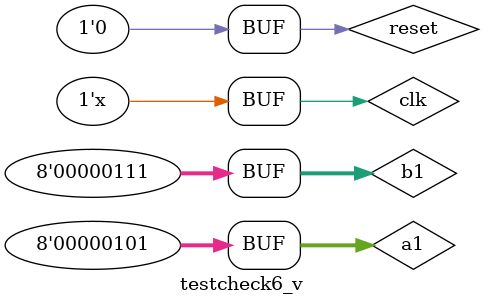
<source format=v>
`timescale 1ns / 1ps


module testcheck6_v;

	// Inputs
	reg clk;
	reg reset;
	reg [7:0] a1;
	reg [7:0] b1;
	reg [7:0] address;

	// Outputs
	wire [7:0] memdata;
	wire alusrca;
	wire memtoreg;
	wire regdst;
	wire iord;
	wire pcen;
	wire regwrite;
	wire [1:0] pcsrc;
	wire [1:0] alusrcb;
	wire [3:0] irwrite;
	wire [2:0] alucontrol;
	wire [7:0] Reg1Adr;
	wire [7:0] Reg2Adr;
	wire branch;
	wire [7:0] src1;
	wire [7:0] src2;
	wire [7:0] alucheck;
	wire [7:0] pcvalue;
	wire [7:0] nextpcvalue;
	wire [7:0] read1;
	wire [7:0] read2;
	wire [7:0] RgDst;
	wire [31:0] instr;
	wire zero;
	wire memread;
	wire memwrite;
	wire [7:0] adr;
	wire [7:0] writedata;

	// Instantiate the Unit Under Test (UUT)
	testbench uut (
		.clk(clk), 
		.reset(reset), 
		.a1(a1), 
		.b1(b1), 
		.address(address), 
		.memdata(memdata), 
		.alusrca(alusrca), 
		.memtoreg(memtoreg), 
		.regdst(regdst), 
		.iord(iord), 
		.pcen(pcen), 
		.regwrite(regwrite), 
		.pcsrc(pcsrc), 
		.alusrcb(alusrcb), 
		.irwrite(irwrite), 
		.alucontrol(alucontrol), 
		.Reg1Adr(Reg1Adr), 
		.Reg2Adr(Reg2Adr), 
		.branch(branch), 
		.src1(src1), 
		.src2(src2), 
		.alucheck(alucheck), 
		.pcvalue(pcvalue), 
		.nextpcvalue(nextpcvalue), 
		.read1(read1), 
		.read2(read2), 
		.RgDst(RgDst), 
		.instr(instr), 
		.zero(zero), 
		.memread(memread), 
		.memwrite(memwrite), 
		.adr(adr), 
		.writedata(writedata)
	);
always begin
#5
clk=~clk;
end
	initial begin
		// Initialize Inputs
		clk = 0;
		reset = 1;
		#10;//1
		reset=0;
		#10;//2
		#10;//3
		#10;//4
		#10;//5
		#10;//6
		#10;//7
		#10;//8
		
		#10;//9
		#10;//10
		#10;//11
		#10;//12
		#10;//13
		#10;//14
		#10;//15
		#10;//16
		
		a1=3;
		#10;//17
		#10;//18
		#10;//19
		#10;//20
		#10;//21
		#10;//22
		#10;//23
		#10;//24
		
		 a1=3;
		 b1=5;
		#10;//25
		#10;//26
		#10;//27
		#10;//28
		#10;//29
		#10;//30
		#10;//31
		
		 a1=12;
		 b1=7;
		#10;//32
		#10;//33
		#10;//34
		#10;//35
		#10;//36
		#10;//37
		#10;//38
		
		 a1=4;
		 b1=7;
		#10;//39
		#10;//40
		#10;//41
		#10;//42
		#10;//43
		#10;//44
      #10;//45
		
		a1=11;
		b1=3;
		#10;//46
		#10;//47
		#10;//48
		#10;//49
		#10;//50
		#10;//51
		
		a1=12;
		b1=7;
		#10;//52
		#10;//53
		#10;//54
		#10;//55
		#10;//56
		#10;//57
		#10;//58
		
		a1=0;
		b1=0;
		#10;//59
		#10;//60
		#10;//61
		#10;//62
		#10;//63
		#10;//64
		a1=3;
		b1=5;
		#10;//65
		#10;//66
      #10;//67
		#10;//68
		#10;//69
		#10;//70
		#10;//71
		a1=1;
		b1=11;
      #10;//72
		#10;//73
		#10;//74
      #10;//75
		#10;//76
		#10;//77
		#10;//78
		a1=12;
		b1=5;
		#10;//79
		#10;//80
		#10;//81
		#10;//82
      #10;//83
		#10;//84
		#10;//85
		a1=5;
		b1=7;
		#10;//86
		#10;//87
		#10;//88
		#10;//89
		#10;//90
      #10;//91
	
		#10;//92
		#10;//93
		#10;//94
		#10;//95
		#10;//96
		#10;//97
		#10;//98

	end
      
endmodule


</source>
